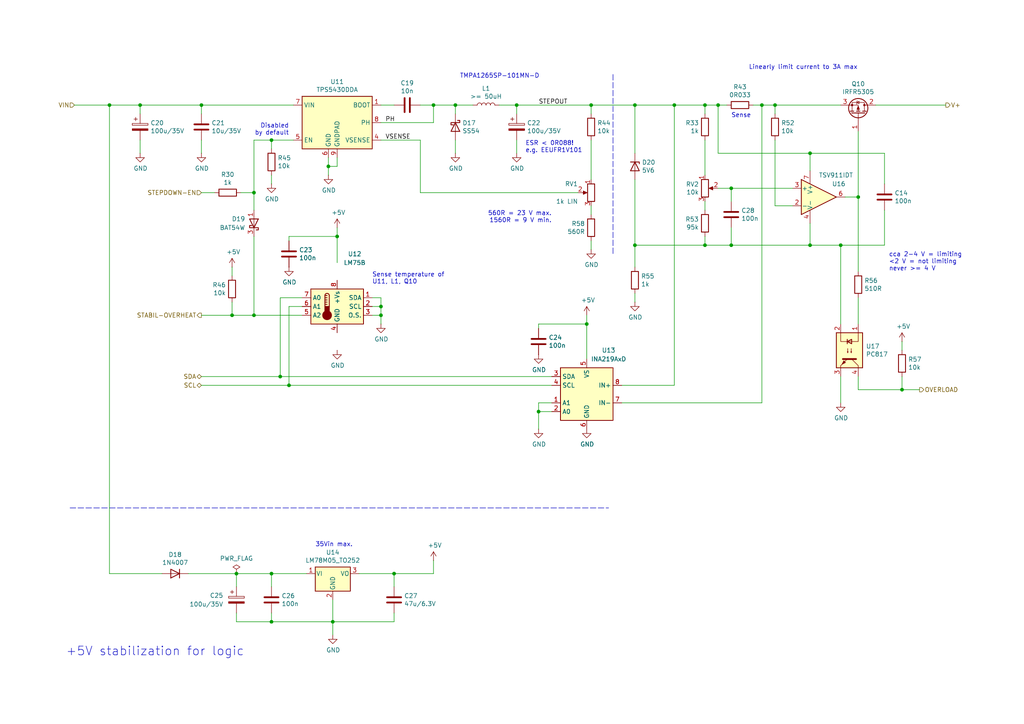
<source format=kicad_sch>
(kicad_sch (version 20231120) (generator "eeschema") (generator_version "8.0")
  (paper "A4")
  (title_block (title "HB22 – stabilization"))
  (lib_symbols
    (symbol "Amplifier_Operational:TSV911IDT" (pin_names (offset 0.127))
      (property "Reference" "U" (at 0 6.35 0))
      (property "Value" "TSV911IDT" (at 0 3.81 0))
      (symbol "TSV911IDT_0_1"
        (polyline (pts (xy -5.08 5.08) (xy 5.08 0) (xy -5.08 -5.08) (xy -5.08 5.08)) (stroke (width 0.254)) (fill (type background)))
      )
      (symbol "TSV911IDT_1_1"
        (pin no_connect line (at -2.54 2.54 270) (length 2.54) hide (name "NC") (number "1"))
        (pin input line (at -7.62 -2.54 0) (length 2.54) (name "-") (number "2"))
        (pin input line (at -7.62 2.54 0) (length 2.54) (name "+") (number "3"))
        (pin power_in line (at -2.54 -7.62 90) (length 3.81) (name "V-") (number "4"))
        (pin no_connect line (at 0 2.54 270) (length 2.54) hide (name "NC") (number "5"))
        (pin output line (at 7.62 0 180) (length 2.54) (name "~") (number "6"))
        (pin power_in line (at -2.54 7.62 270) (length 3.81) (name "V+") (number "7"))
        (pin no_connect line (at 0 -2.54 90) (length 2.54) hide (name "NC") (number "8"))
      )
    )
    (symbol "Device:C" (pin_numbers hide) (pin_names (offset 0.254))
      (property "Reference" "C" (at 0.635 2.54 0))
      (property "Value" "C" (at 0.635 -2.54 0))
      (symbol "C_0_1"
        (polyline (pts (xy -2.032 -0.762) (xy 2.032 -0.762)) (stroke (width 0.508)))
        (polyline (pts (xy -2.032 0.762) (xy 2.032 0.762)) (stroke (width 0.508)))
      )
      (symbol "C_1_1"
        (pin passive line (at 0 3.81 270) (length 2.794) (name "~") (number "1"))
        (pin passive line (at 0 -3.81 90) (length 2.794) (name "~") (number "2"))
      )
    )
    (symbol "Device:C_Polarized" (pin_numbers hide) (pin_names (offset 0.254))
      (property "Reference" "C" (at 0.635 2.54 0))
      (property "Value" "C_Polarized" (at 0.635 -2.54 0))
      (symbol "C_Polarized_0_1"
        (rectangle (start -2.286 0.508) (end 2.286 1.016))
        (polyline (pts (xy -1.778 2.286) (xy -0.762 2.286)))
        (polyline (pts (xy -1.27 2.794) (xy -1.27 1.778)))
        (rectangle (start 2.286 -0.508) (end -2.286 -1.016) (fill (type outline)))
      )
      (symbol "C_Polarized_1_1"
        (pin passive line (at 0 3.81 270) (length 2.794) (name "~") (number "1"))
        (pin passive line (at 0 -3.81 90) (length 2.794) (name "~") (number "2"))
      )
    )
    (symbol "Device:D" (pin_numbers hide) (pin_names (offset 1.016) hide)
      (property "Reference" "D" (at 0 2.54 0))
      (property "Value" "D" (at 0 -2.54 0))
      (symbol "D_0_1"
        (polyline (pts (xy -1.27 1.27) (xy -1.27 -1.27)) (stroke (width 0.254)))
        (polyline (pts (xy 1.27 0) (xy -1.27 0)))
        (polyline (pts (xy 1.27 1.27) (xy 1.27 -1.27) (xy -1.27 0) (xy 1.27 1.27)) (stroke (width 0.254)))
      )
      (symbol "D_1_1"
        (pin passive line (at -3.81 0 0) (length 2.54) (name "K") (number "1"))
        (pin passive line (at 3.81 0 180) (length 2.54) (name "A") (number "2"))
      )
    )
    (symbol "Device:D_Schottky" (pin_numbers hide) (pin_names (offset 1.016) hide)
      (property "Reference" "D" (at 0 2.54 0))
      (property "Value" "D_Schottky" (at 0 -2.54 0))
      (symbol "D_Schottky_0_1"
        (polyline (pts (xy 1.27 0) (xy -1.27 0)))
        (polyline (pts (xy 1.27 1.27) (xy 1.27 -1.27) (xy -1.27 0) (xy 1.27 1.27)) (stroke (width 0.254)))
        (polyline (pts (xy -1.905 0.635) (xy -1.905 1.27) (xy -1.27 1.27) (xy -1.27 -1.27) (xy -0.635 -1.27) (xy -0.635 -0.635)) (stroke (width 0.254)))
      )
      (symbol "D_Schottky_1_1"
        (pin passive line (at -3.81 0 0) (length 2.54) (name "K") (number "1"))
        (pin passive line (at 3.81 0 180) (length 2.54) (name "A") (number "2"))
      )
    )
    (symbol "Device:Fuse" (pin_numbers hide) (pin_names (offset 0))
      (property "Reference" "F" (at 2.032 0 90))
      (property "Value" "Fuse" (at -1.905 0 90))
      (symbol "Fuse_0_1"
        (rectangle (start -0.762 -2.54) (end 0.762 2.54) (stroke (width 0.254)))
        (polyline (pts (xy 0 2.54) (xy 0 -2.54)))
      )
      (symbol "Fuse_1_1"
        (pin passive line (at 0 3.81 270) (length 1.27) (name "~") (number "1"))
        (pin passive line (at 0 -3.81 90) (length 1.27) (name "~") (number "2"))
      )
    )
    (symbol "Device:L" (pin_numbers hide) (pin_names (offset 1.016) hide)
      (property "Reference" "L" (at -1.27 0 90))
      (property "Value" "L" (at 1.905 0 90))
      (symbol "L_0_1"
        (arc (start 0 -2.54) (mid 0.6323 -1.905) (end 0 -1.27))
        (arc (start 0 -1.27) (mid 0.6323 -0.635) (end 0 0))
        (arc (start 0 0) (mid 0.6323 0.635) (end 0 1.27))
        (arc (start 0 1.27) (mid 0.6323 1.905) (end 0 2.54))
      )
      (symbol "L_1_1"
        (pin passive line (at 0 3.81 270) (length 1.27) (name "1") (number "1"))
        (pin passive line (at 0 -3.81 90) (length 1.27) (name "2") (number "2"))
      )
    )
    (symbol "Device:Q_PMOS_GDS" (pin_names (offset 0) hide)
      (property "Reference" "Q" (at 5.08 1.27 0))
      (property "Value" "Q_PMOS_GDS" (at 5.08 -1.27 0))
      (symbol "Q_PMOS_GDS_0_1"
        (polyline (pts (xy 0.254 0) (xy -2.54 0)))
        (polyline (pts (xy 0.254 1.905) (xy 0.254 -1.905)) (stroke (width 0.254)))
        (polyline (pts (xy 0.762 -1.27) (xy 0.762 -2.286)) (stroke (width 0.254)))
        (polyline (pts (xy 0.762 0.508) (xy 0.762 -0.508)) (stroke (width 0.254)))
        (polyline (pts (xy 0.762 2.286) (xy 0.762 1.27)) (stroke (width 0.254)))
        (polyline (pts (xy 2.54 2.54) (xy 2.54 1.778)))
        (polyline (pts (xy 2.54 -2.54) (xy 2.54 0) (xy 0.762 0)))
        (polyline (pts (xy 0.762 1.778) (xy 3.302 1.778) (xy 3.302 -1.778) (xy 0.762 -1.778)))
        (polyline (pts (xy 2.286 0) (xy 1.27 0.381) (xy 1.27 -0.381) (xy 2.286 0)) (fill (type outline)))
        (polyline (pts (xy 2.794 -0.508) (xy 2.921 -0.381) (xy 3.683 -0.381) (xy 3.81 -0.254)))
        (polyline (pts (xy 3.302 -0.381) (xy 2.921 0.254) (xy 3.683 0.254) (xy 3.302 -0.381)))
        (circle (center 1.651 0) (radius 2.794) (stroke (width 0.254)))
        (circle (center 2.54 -1.778) (radius 0.254) (fill (type outline)))
        (circle (center 2.54 1.778) (radius 0.254) (fill (type outline)))
      )
      (symbol "Q_PMOS_GDS_1_1"
        (pin input line (at -5.08 0 0) (length 2.54) (name "G") (number "1"))
        (pin passive line (at 2.54 5.08 270) (length 2.54) (name "D") (number "2"))
        (pin passive line (at 2.54 -5.08 90) (length 2.54) (name "S") (number "3"))
      )
    )
    (symbol "Device:R" (pin_numbers hide) (pin_names (offset 0))
      (property "Reference" "R" (at 2.032 0 90))
      (property "Value" "R" (at 0 0 90))
      (symbol "R_0_1"
        (rectangle (start -1.016 -2.54) (end 1.016 2.54) (stroke (width 0.254)))
      )
      (symbol "R_1_1"
        (pin passive line (at 0 3.81 270) (length 1.27) (name "~") (number "1"))
        (pin passive line (at 0 -3.81 90) (length 1.27) (name "~") (number "2"))
      )
    )
    (symbol "Device:R_Potentiometer" (pin_names (offset 1.016) hide)
      (property "Reference" "RV" (at -4.445 0 90))
      (property "Value" "R_Potentiometer" (at -2.54 0 90))
      (symbol "R_Potentiometer_0_1"
        (polyline (pts (xy 2.54 0) (xy 1.524 0)))
        (polyline (pts (xy 1.143 0) (xy 2.286 0.508) (xy 2.286 -0.508) (xy 1.143 0)) (fill (type outline)))
        (rectangle (start 1.016 2.54) (end -1.016 -2.54) (stroke (width 0.254)))
      )
      (symbol "R_Potentiometer_1_1"
        (pin passive line (at 0 3.81 270) (length 1.27) (name "1") (number "1"))
        (pin passive line (at 3.81 0 180) (length 1.27) (name "2") (number "2"))
        (pin passive line (at 0 -3.81 90) (length 1.27) (name "3") (number "3"))
      )
    )
    (symbol "Diode:BAT54W" (pin_names (offset 1.016) hide)
      (property "Reference" "D" (at 0 2.54 0))
      (property "Value" "BAT54W" (at 0 -2.54 0))
      (symbol "BAT54W_0_1"
        (polyline (pts (xy 1.27 0) (xy -1.27 0)))
        (polyline (pts (xy 1.27 1.27) (xy 1.27 -1.27) (xy -1.27 0) (xy 1.27 1.27)) (stroke (width 0.254)))
        (polyline (pts (xy -1.905 0.635) (xy -1.905 1.27) (xy -1.27 1.27) (xy -1.27 -1.27) (xy -0.635 -1.27) (xy -0.635 -0.635)) (stroke (width 0.254)))
      )
      (symbol "BAT54W_1_1"
        (pin passive line (at 3.81 0 180) (length 2.54) (name "A") (number "1"))
        (pin no_connect line (at 0 0 90) (length 2.54) hide (name "NC") (number "2"))
        (pin passive line (at -3.81 0 0) (length 2.54) (name "K") (number "3"))
      )
    )
    (symbol "Diode:BZX84Cxx" (pin_numbers hide) (pin_names hide)
      (property "Reference" "D" (at 0 3.81 0))
      (property "Value" "BZX84Cxx" (at 0 -3.81 0))
      (symbol "BZX84Cxx_0_1"
        (polyline (pts (xy 1.27 0) (xy -1.27 0)))
        (polyline (pts (xy -1.27 -1.27) (xy -1.27 1.27) (xy -0.762 1.27)) (stroke (width 0.254)))
        (polyline (pts (xy 1.27 -1.27) (xy 1.27 1.27) (xy -1.27 0) (xy 1.27 -1.27)) (stroke (width 0.254)))
      )
      (symbol "BZX84Cxx_1_1"
        (pin passive line (at 3.81 0 180) (length 2.54) (name "A") (number "1"))
        (pin no_connect line (at 1.27 0 180) (length 2.54) hide (name "NC") (number "2"))
        (pin passive line (at -3.81 0 0) (length 2.54) (name "K") (number "3"))
      )
    )
    (symbol "Isolator:PC817" (pin_names (offset 1.016))
      (property "Reference" "U" (at -5.08 5.08 0))
      (property "Value" "PC817" (at 0 5.08 0))
      (symbol "PC817_0_1"
        (rectangle (start -5.08 3.81) (end 5.08 -3.81) (stroke (width 0.254)) (fill (type background)))
        (polyline (pts (xy -3.175 -0.635) (xy -1.905 -0.635)) (stroke (width 0.254)))
        (polyline (pts (xy 2.54 0.635) (xy 4.445 2.54)))
        (polyline (pts (xy 4.445 -2.54) (xy 2.54 -0.635)) (fill (type outline)))
        (polyline (pts (xy 4.445 -2.54) (xy 5.08 -2.54)))
        (polyline (pts (xy 4.445 2.54) (xy 5.08 2.54)))
        (polyline (pts (xy -5.08 2.54) (xy -2.54 2.54) (xy -2.54 -0.635)))
        (polyline (pts (xy -2.54 -0.635) (xy -2.54 -2.54) (xy -5.08 -2.54)))
        (polyline (pts (xy 2.54 1.905) (xy 2.54 -1.905) (xy 2.54 -1.905)) (stroke (width 0.508)))
        (polyline (pts (xy -2.54 -0.635) (xy -3.175 0.635) (xy -1.905 0.635) (xy -2.54 -0.635)) (stroke (width 0.254)))
        (polyline (pts (xy -0.508 -0.508) (xy 0.762 -0.508) (xy 0.381 -0.635) (xy 0.381 -0.381) (xy 0.762 -0.508)))
        (polyline (pts (xy -0.508 0.508) (xy 0.762 0.508) (xy 0.381 0.381) (xy 0.381 0.635) (xy 0.762 0.508)))
        (polyline (pts (xy 3.048 -1.651) (xy 3.556 -1.143) (xy 4.064 -2.159) (xy 3.048 -1.651) (xy 3.048 -1.651)) (fill (type outline)))
      )
      (symbol "PC817_1_1"
        (pin passive line (at -7.62 2.54 0) (length 2.54) (name "~") (number "1"))
        (pin passive line (at -7.62 -2.54 0) (length 2.54) (name "~") (number "2"))
        (pin passive line (at 7.62 -2.54 180) (length 2.54) (name "~") (number "3"))
        (pin passive line (at 7.62 2.54 180) (length 2.54) (name "~") (number "4"))
      )
    )
    (symbol "Regulator_Linear:LM78M05_TO252" (pin_names (offset 0.254))
      (property "Reference" "U" (at -3.81 3.175 0))
      (property "Value" "LM78M05_TO252" (at 0 3.175 0))
      (symbol "LM78M05_TO252_0_1"
        (rectangle (start -5.08 1.905) (end 5.08 -5.08) (stroke (width 0.254)) (fill (type background)))
      )
      (symbol "LM78M05_TO252_1_1"
        (pin power_in line (at -7.62 0 0) (length 2.54) (name "VI") (number "1"))
        (pin power_in line (at 0 -7.62 90) (length 2.54) (name "GND") (number "2"))
        (pin power_out line (at 7.62 0 180) (length 2.54) (name "VO") (number "3"))
      )
    )
    (symbol "Regulator_Switching:TPS5430DDA"
      (property "Reference" "U" (at -10.16 8.89 0))
      (property "Value" "TPS5430DDA" (at -1.27 8.89 0))
      (symbol "TPS5430DDA_0_1"
        (rectangle (start -10.16 7.62) (end 10.16 -7.62) (stroke (width 0.254)) (fill (type background)))
      )
      (symbol "TPS5430DDA_1_1"
        (pin input line (at 12.7 5.08 180) (length 2.54) (name "BOOT") (number "1"))
        (pin no_connect line (at -10.16 2.54 0) (length 2.54) hide (name "NC") (number "2"))
        (pin no_connect line (at -10.16 -2.54 0) (length 2.54) hide (name "NC") (number "3"))
        (pin input line (at 12.7 -5.08 180) (length 2.54) (name "VSENSE") (number "4"))
        (pin input line (at -12.7 -5.08 0) (length 2.54) (name "EN") (number "5"))
        (pin power_in line (at -2.54 -10.16 90) (length 2.54) (name "GND") (number "6"))
        (pin power_in line (at -12.7 5.08 0) (length 2.54) (name "VIN") (number "7"))
        (pin output line (at 12.7 0 180) (length 2.54) (name "PH") (number "8"))
        (pin power_in line (at 0 -10.16 90) (length 2.54) (name "GNDPAD") (number "9"))
      )
    )
    (symbol "Sensor_Energy:INA219AxD"
      (property "Reference" "U" (at -6.35 8.89 0))
      (property "Value" "INA219AxD" (at 5.08 8.89 0))
      (symbol "INA219AxD_0_1"
        (rectangle (start -7.62 7.62) (end 7.62 -7.62) (stroke (width 0.254)) (fill (type background)))
      )
      (symbol "INA219AxD_1_1"
        (pin input line (at 10.16 -2.54 180) (length 2.54) (name "A1") (number "1"))
        (pin input line (at 10.16 -5.08 180) (length 2.54) (name "A0") (number "2"))
        (pin bidirectional line (at 10.16 5.08 180) (length 2.54) (name "SDA") (number "3"))
        (pin input line (at 10.16 2.54 180) (length 2.54) (name "SCL") (number "4"))
        (pin power_in line (at 0 10.16 270) (length 2.54) (name "VS") (number "5"))
        (pin power_in line (at 0 -10.16 90) (length 2.54) (name "GND") (number "6"))
        (pin input line (at -10.16 -2.54 0) (length 2.54) (name "IN-") (number "7"))
        (pin input line (at -10.16 2.54 0) (length 2.54) (name "IN+") (number "8"))
      )
    )
    (symbol "Sensor_Temperature:LM75B"
      (property "Reference" "U" (at -6.35 11.43 0))
      (property "Value" "LM75B" (at 0 11.43 0))
      (symbol "LM75B_0_1"
        (rectangle (start -7.62 5.08) (end 7.62 -5.08) (stroke (width 0.254)) (fill (type background)))
        (rectangle (start -3.556 0) (end -2.286 -1.905) (stroke (width 0.254)) (fill (type outline)))
        (circle (center -2.921 -2.54) (radius 1.27) (stroke (width 0.254)) (fill (type outline)))
        (arc (start -2.286 3.175) (mid -2.921 3.8073) (end -3.556 3.175) (stroke (width 0.254)))
        (polyline (pts (xy -3.556 0.635) (xy -2.921 0.635)) (stroke (width 0.254)))
        (polyline (pts (xy -3.556 1.27) (xy -2.921 1.27)) (stroke (width 0.254)))
        (polyline (pts (xy -3.556 1.905) (xy -2.921 1.905)) (stroke (width 0.254)))
        (polyline (pts (xy -3.556 2.54) (xy -2.921 2.54)) (stroke (width 0.254)))
        (polyline (pts (xy -3.556 3.175) (xy -3.556 0)) (stroke (width 0.254)))
        (polyline (pts (xy -3.556 3.175) (xy -2.921 3.175)) (stroke (width 0.254)))
        (polyline (pts (xy -2.286 3.175) (xy -2.286 0)) (stroke (width 0.254)))
      )
      (symbol "LM75B_1_1"
        (pin bidirectional line (at 10.16 2.54 180) (length 2.54) (name "SDA") (number "1"))
        (pin input line (at 10.16 0 180) (length 2.54) (name "SCL") (number "2"))
        (pin open_collector line (at 10.16 -2.54 180) (length 2.54) (name "O.S.") (number "3"))
        (pin power_in line (at 0 -7.62 90) (length 2.54) (name "GND") (number "4"))
        (pin input line (at -10.16 -2.54 0) (length 2.54) (name "A2") (number "5"))
        (pin input line (at -10.16 0 0) (length 2.54) (name "A1") (number "6"))
        (pin input line (at -10.16 2.54 0) (length 2.54) (name "A0") (number "7"))
        (pin power_in line (at 0 7.62 270) (length 2.54) (name "+Vs") (number "8"))
      )
    )
    (symbol "Triac_Thyristor:BT169D" (pin_names (offset 0) hide)
      (property "Reference" "Q" (at 2.54 1.905 0))
      (property "Value" "BT169D" (at 2.54 0 0))
      (symbol "BT169D_0_1"
        (polyline (pts (xy -1.27 -2.54) (xy -0.635 -1.27)))
        (polyline (pts (xy -1.27 -1.27) (xy 1.27 -1.27)) (stroke (width 0.2032)))
        (polyline (pts (xy 0 -2.54) (xy 0 2.54)))
        (polyline (pts (xy -1.27 1.27) (xy 1.27 1.27) (xy 0 -1.27) (xy -1.27 1.27)) (stroke (width 0.2032)))
      )
      (symbol "BT169D_1_1"
        (pin passive line (at 0 3.81 270) (length 2.54) (name "A") (number "1"))
        (pin input line (at -3.81 -2.54 0) (length 2.54) (name "G") (number "2"))
        (pin passive line (at 0 -3.81 90) (length 2.54) (name "K") (number "3"))
      )
    )
    (symbol "power:+5V" (power) (pin_numbers hide) (pin_names (offset 0) hide)
      (property "Value" "+5V" (at 0 3.556 0))
      (symbol "+5V_0_1"
        (polyline (pts (xy -0.762 1.27) (xy 0 2.54)))
        (polyline (pts (xy 0 0) (xy 0 2.54)))
        (polyline (pts (xy 0 2.54) (xy 0.762 1.27)))
      )
      (symbol "+5V_1_1"
        (pin power_in line (at 0 0 90) (length 0) (name "~") (number "1"))
      )
    )
    (symbol "power:GND" (power) (pin_numbers hide) (pin_names (offset 0) hide)
      (property "Value" "GND" (at 0 -3.81 0))
      (symbol "GND_0_1"
        (polyline (pts (xy 0 0) (xy 0 -1.27) (xy 1.27 -1.27) (xy 0 -2.54) (xy -1.27 -1.27) (xy 0 -1.27)))
      )
      (symbol "GND_1_1"
        (pin power_in line (at 0 0 270) (length 0) (name "~") (number "1"))
      )
    )
    (symbol "power:PWR_FLAG" (power) (pin_numbers hide) (pin_names (offset 0) hide)
      (property "Value" "PWR_FLAG" (at 0 3.81 0))
      (symbol "PWR_FLAG_0_0"
        (pin power_out line (at 0 0 90) (length 0) (name "~") (number "1"))
      )
      (symbol "PWR_FLAG_0_1"
        (polyline (pts (xy 0 0) (xy 0 1.27) (xy -1.016 1.905) (xy 0 2.54) (xy 1.016 1.905) (xy 0 1.27)))
      )
    )
  )
  (junction (at 83.82 111.76))
  (junction (at 114.3 166.37))
  (junction (at 213.36 -40.64))
  (junction (at 212.09 54.61))
  (junction (at 97.79 68.58))
  (junction (at 261.62 113.03))
  (junction (at 224.79 30.48))
  (junction (at 182.88 -40.64))
  (junction (at 212.09 71.12))
  (junction (at 234.95 44.45))
  (junction (at 234.95 71.12))
  (junction (at 68.58 166.37))
  (junction (at 67.31 91.44))
  (junction (at 184.15 30.48))
  (junction (at 182.88 -13.97))
  (junction (at 172.72 -40.64))
  (junction (at 78.74 40.64))
  (junction (at 58.42 30.48))
  (junction (at 220.98 30.48))
  (junction (at 149.86 30.48))
  (junction (at 195.58 30.48))
  (junction (at 208.28 30.48))
  (junction (at 78.74 166.37))
  (junction (at 125.73 30.48))
  (junction (at 194.31 -40.64))
  (junction (at 40.64 30.48))
  (junction (at 171.45 30.48))
  (junction (at 110.49 88.9))
  (junction (at 73.66 55.88))
  (junction (at 204.47 71.12))
  (junction (at 204.47 -33.02))
  (junction (at 31.75 30.48))
  (junction (at 81.28 109.22))
  (junction (at 170.18 93.98))
  (junction (at 194.31 -33.02))
  (junction (at 204.47 -13.97))
  (junction (at 194.31 -13.97))
  (junction (at 78.74 180.34))
  (junction (at 132.08 30.48))
  (junction (at 110.49 91.44))
  (junction (at 96.52 180.34))
  (junction (at 184.15 71.12))
  (junction (at 248.92 57.15))
  (junction (at 156.21 119.38))
  (junction (at 73.66 91.44))
  (junction (at 95.25 48.26))
  (junction (at 243.84 71.12))
  (junction (at 204.47 30.48))
  (wire (pts (xy 85.09 40.64) (xy 78.74 40.64)))
  (wire (pts (xy 88.9 166.37) (xy 78.74 166.37)))
  (wire (pts (xy 160.02 119.38) (xy 156.21 119.38)))
  (wire (pts (xy 21.59 30.48) (xy 31.75 30.48)))
  (wire (pts (xy 58.42 30.48) (xy 58.42 33.02)))
  (wire (pts (xy 204.47 -20.32) (xy 204.47 -13.97)))
  (wire (pts (xy 182.88 -20.32) (xy 182.88 -13.97)))
  (wire (pts (xy 184.15 30.48) (xy 184.15 44.45)))
  (wire (pts (xy 83.82 68.58) (xy 97.79 68.58)))
  (wire (pts (xy 261.62 99.06) (xy 261.62 101.6)))
  (wire (pts (xy 204.47 33.02) (xy 204.47 30.48)))
  (wire (pts (xy 58.42 30.48) (xy 85.09 30.48)))
  (wire (pts (xy 261.62 109.22) (xy 261.62 113.03)))
  (wire (pts (xy 184.15 71.12) (xy 184.15 77.47)))
  (wire (pts (xy 224.79 40.64) (xy 224.79 59.69)))
  (wire (pts (xy 171.45 33.02) (xy 171.45 30.48)))
  (wire (pts (xy 182.88 -40.64) (xy 172.72 -40.64)))
  (wire (pts (xy 234.95 44.45) (xy 234.95 49.53)))
  (wire (pts (xy 248.92 38.1) (xy 248.92 57.15)))
  (wire (pts (xy 125.73 30.48) (xy 132.08 30.48)))
  (wire (pts (xy 87.63 88.9) (xy 83.82 88.9)))
  (wire (pts (xy 104.14 166.37) (xy 114.3 166.37)))
  (wire (pts (xy 58.42 109.22) (xy 81.28 109.22)))
  (wire (pts (xy 180.34 111.76) (xy 195.58 111.76)))
  (wire (pts (xy 180.34 116.84) (xy 220.98 116.84)))
  (wire (pts (xy 204.47 71.12) (xy 212.09 71.12)))
  (wire (pts (xy 40.64 44.45) (xy 40.64 40.64)))
  (wire (pts (xy 156.21 124.46) (xy 156.21 119.38)))
  (wire (pts (xy 212.09 71.12) (xy 234.95 71.12)))
  (wire (pts (xy 220.98 30.48) (xy 220.98 116.84)))
  (wire (pts (xy 87.63 86.36) (xy 81.28 86.36)))
  (wire (pts (xy 204.47 68.58) (xy 204.47 71.12)))
  (wire (pts (xy 220.98 30.48) (xy 224.79 30.48)))
  (wire (pts (xy 172.72 -33.02) (xy 172.72 -13.97)))
  (wire (pts (xy 67.31 87.63) (xy 67.31 91.44)))
  (wire (pts (xy 68.58 166.37) (xy 68.58 170.18)))
  (wire (pts (xy 229.87 59.69) (xy 224.79 59.69)))
  (wire (pts (xy 184.15 30.48) (xy 195.58 30.48)))
  (wire (pts (xy 170.18 93.98) (xy 170.18 104.14)))
  (wire (pts (xy 204.47 30.48) (xy 208.28 30.48)))
  (wire (pts (xy 97.79 68.58) (xy 97.79 66.04)))
  (wire (pts (xy 40.64 30.48) (xy 40.64 33.02)))
  (wire (pts (xy 204.47 58.42) (xy 204.47 60.96)))
  (wire (pts (xy 194.31 -40.64) (xy 182.88 -40.64)))
  (wire (pts (xy 31.75 30.48) (xy 40.64 30.48)))
  (wire (pts (xy 54.61 166.37) (xy 68.58 166.37)))
  (wire (pts (xy 213.36 -40.64) (xy 194.31 -40.64)))
  (wire (pts (xy 194.31 -33.02) (xy 204.47 -33.02)))
  (wire (pts (xy 78.74 40.64) (xy 73.66 40.64)))
  (wire (pts (xy 204.47 40.64) (xy 204.47 50.8)))
  (wire (pts (xy 96.52 180.34) (xy 114.3 180.34)))
  (wire (pts (xy 194.31 -10.16) (xy 194.31 -13.97)))
  (wire (pts (xy 156.21 119.38) (xy 156.21 116.84)))
  (wire (pts (xy 218.44 30.48) (xy 220.98 30.48)))
  (wire (pts (xy 195.58 30.48) (xy 195.58 111.76)))
  (wire (pts (xy 212.09 58.42) (xy 212.09 54.61)))
  (wire (pts (xy 58.42 55.88) (xy 62.23 55.88)))
  (wire (pts (xy 40.64 30.48) (xy 58.42 30.48)))
  (wire (pts (xy 256.54 71.12) (xy 256.54 60.96)))
  (wire (pts (xy 156.21 93.98) (xy 170.18 93.98)))
  (wire (pts (xy 58.42 44.45) (xy 58.42 40.64)))
  (wire (pts (xy 107.95 88.9) (xy 110.49 88.9)))
  (wire (pts (xy 149.86 30.48) (xy 149.86 33.02)))
  (wire (pts (xy 67.31 91.44) (xy 58.42 91.44)))
  (wire (pts (xy 121.92 55.88) (xy 121.92 40.64)))
  (wire (pts (xy 97.79 76.2) (xy 97.79 68.58)))
  (wire (pts (xy 144.78 30.48) (xy 149.86 30.48)))
  (wire (pts (xy 96.52 184.15) (xy 96.52 180.34)))
  (wire (pts (xy 81.28 109.22) (xy 160.02 109.22)))
  (wire (pts (xy 73.66 40.64) (xy 73.66 55.88)))
  (wire (pts (xy 243.84 109.22) (xy 243.84 116.84)))
  (wire (pts (xy 172.72 -40.64) (xy 158.75 -40.64)))
  (wire (pts (xy 114.3 166.37) (xy 114.3 170.18)))
  (wire (pts (xy 234.95 64.77) (xy 234.95 71.12)))
  (wire (pts (xy 182.88 -13.97) (xy 194.31 -13.97)))
  (wire (pts (xy 110.49 86.36) (xy 110.49 88.9)))
  (wire (pts (xy 194.31 -13.97) (xy 204.47 -13.97)))
  (wire (pts (xy 248.92 57.15) (xy 248.92 78.74)))
  (wire (pts (xy 132.08 30.48) (xy 132.08 33.02)))
  (wire (pts (xy 261.62 113.03) (xy 248.92 113.03)))
  (wire (pts (xy 110.49 35.56) (xy 125.73 35.56)))
  (wire (pts (xy 125.73 30.48) (xy 121.92 30.48)))
  (wire (pts (xy 194.31 -27.94) (xy 194.31 -33.02)))
  (wire (pts (xy 256.54 44.45) (xy 256.54 53.34)))
  (wire (pts (xy 204.47 -13.97) (xy 213.36 -13.97)))
  (wire (pts (xy 149.86 44.45) (xy 149.86 40.64)))
  (wire (pts (xy 110.49 88.9) (xy 110.49 91.44)))
  (wire (pts (xy 96.52 180.34) (xy 78.74 180.34)))
  (wire (pts (xy 107.95 86.36) (xy 110.49 86.36)))
  (wire (pts (xy 132.08 40.64) (xy 132.08 44.45)))
  (wire (pts (xy 68.58 180.34) (xy 68.58 177.8)))
  (wire (pts (xy 107.95 91.44) (xy 110.49 91.44)))
  (wire (pts (xy 97.79 48.26) (xy 97.79 45.72)))
  (wire (pts (xy 195.58 30.48) (xy 204.47 30.48)))
  (wire (pts (xy 78.74 180.34) (xy 68.58 180.34)))
  (wire (pts (xy 78.74 177.8) (xy 78.74 180.34)))
  (wire (pts (xy 78.74 170.18) (xy 78.74 166.37)))
  (wire (pts (xy 96.52 180.34) (xy 96.52 173.99)))
  (wire (pts (xy 212.09 54.61) (xy 229.87 54.61)))
  (wire (pts (xy 95.25 50.8) (xy 95.25 48.26)))
  (wire (pts (xy 67.31 77.47) (xy 67.31 80.01)))
  (wire (pts (xy 125.73 166.37) (xy 125.73 162.56)))
  (wire (pts (xy 149.86 30.48) (xy 171.45 30.48)))
  (wire (pts (xy 73.66 68.58) (xy 73.66 91.44)))
  (wire (pts (xy 73.66 55.88) (xy 73.66 60.96)))
  (wire (pts (xy 31.75 30.48) (xy 31.75 166.37)))
  (wire (pts (xy 83.82 88.9) (xy 83.82 111.76)))
  (wire (pts (xy 209.55 -33.02) (xy 209.55 -34.29)))
  (wire (pts (xy 248.92 86.36) (xy 248.92 93.98)))
  (wire (pts (xy 224.79 30.48) (xy 243.84 30.48)))
  (wire (pts (xy 204.47 -27.94) (xy 204.47 -33.02)))
  (wire (pts (xy 69.85 55.88) (xy 73.66 55.88)))
  (wire (pts (xy 184.15 71.12) (xy 204.47 71.12)))
  (wire (pts (xy 167.64 55.88) (xy 121.92 55.88)))
  (wire (pts (xy 31.75 166.37) (xy 46.99 166.37)))
  (wire (pts (xy 234.95 71.12) (xy 243.84 71.12)))
  (wire (pts (xy 254 30.48) (xy 274.32 30.48)))
  (wire (pts (xy 184.15 52.07) (xy 184.15 71.12)))
  (wire (pts (xy 171.45 30.48) (xy 184.15 30.48)))
  (wire (pts (xy 114.3 30.48) (xy 110.49 30.48)))
  (wire (pts (xy 73.66 91.44) (xy 87.63 91.44)))
  (wire (pts (xy 156.21 116.84) (xy 160.02 116.84)))
  (wire (pts (xy 95.25 48.26) (xy 95.25 45.72)))
  (wire (pts (xy 170.18 91.44) (xy 170.18 93.98)))
  (wire (pts (xy 212.09 66.04) (xy 212.09 71.12)))
  (wire (pts (xy 243.84 71.12) (xy 243.84 93.98)))
  (wire (pts (xy 83.82 69.85) (xy 83.82 68.58)))
  (wire (pts (xy 171.45 52.07) (xy 171.45 40.64)))
  (polyline (pts (xy 177.8 21.59) (xy 177.8 73.66)) (stroke (width 0) (type dash)))
  (wire (pts (xy 121.92 40.64) (xy 110.49 40.64)))
  (wire (pts (xy 95.25 48.26) (xy 97.79 48.26)))
  (wire (pts (xy 83.82 111.76) (xy 160.02 111.76)))
  (wire (pts (xy 67.31 91.44) (xy 73.66 91.44)))
  (wire (pts (xy 208.28 44.45) (xy 234.95 44.45)))
  (wire (pts (xy 213.36 -13.97) (xy 213.36 -33.02)))
  (wire (pts (xy 110.49 91.44) (xy 110.49 93.98)))
  (wire (pts (xy 132.08 30.48) (xy 137.16 30.48)))
  (wire (pts (xy 266.7 113.03) (xy 261.62 113.03)))
  (wire (pts (xy 234.95 44.45) (xy 256.54 44.45)))
  (wire (pts (xy 171.45 62.23) (xy 171.45 59.69)))
  (wire (pts (xy 245.11 57.15) (xy 248.92 57.15)))
  (wire (pts (xy 224.79 33.02) (xy 224.79 30.48)))
  (wire (pts (xy 182.88 -27.94) (xy 182.88 -40.64)))
  (wire (pts (xy 243.84 71.12) (xy 256.54 71.12)))
  (wire (pts (xy 204.47 -33.02) (xy 209.55 -33.02)))
  (wire (pts (xy 156.21 95.25) (xy 156.21 93.98)))
  (wire (pts (xy 58.42 111.76) (xy 83.82 111.76)))
  (wire (pts (xy 114.3 166.37) (xy 125.73 166.37)))
  (wire (pts (xy 172.72 -13.97) (xy 182.88 -13.97)))
  (wire (pts (xy 78.74 166.37) (xy 68.58 166.37)))
  (polyline (pts (xy 20.32 147.32) (xy 176.53 147.32)) (stroke (width 0) (type dash)))
  (wire (pts (xy 81.28 86.36) (xy 81.28 109.22)))
  (wire (pts (xy 208.28 30.48) (xy 210.82 30.48)))
  (wire (pts (xy 248.92 113.03) (xy 248.92 109.22)))
  (wire (pts (xy 114.3 180.34) (xy 114.3 177.8)))
  (wire (pts (xy 194.31 -20.32) (xy 194.31 -13.97)))
  (wire (pts (xy 78.74 40.64) (xy 78.74 43.18)))
  (wire (pts (xy 208.28 30.48) (xy 208.28 44.45)))
  (wire (pts (xy 171.45 72.39) (xy 171.45 69.85)))
  (wire (pts (xy 78.74 53.34) (xy 78.74 50.8)))
  (wire (pts (xy 184.15 85.09) (xy 184.15 87.63)))
  (wire (pts (xy 208.28 54.61) (xy 212.09 54.61)))
  (wire (pts (xy 227.33 -40.64) (xy 213.36 -40.64)))
  (wire (pts (xy 125.73 35.56) (xy 125.73 30.48)))
  (text "560R = 23 V max.\n1560R = 9 V min." (at 160.02 64.77 0) (effects (font (size 1.27 1.27)) (justify right bottom)))
  (text "Irreversible" (at 160.02 -35.56 0) (effects (font (size 1.27 1.27)) (justify right bottom)))
  (text "ESR < 0R088!\ne.g. EEUFR1V101" (at 152.4 44.45 0) (effects (font (size 1.27 1.27)) (justify left bottom)))
  (text "TMPA1265SP-101MN-D" (at 133.35 22.86 0) (effects (font (size 1.27 1.27)) (justify left bottom)))
  (text "Sense temperature of\nU11, L1, Q10" (at 107.95 82.55 0) (effects (font (size 1.27 1.27)) (justify left bottom)))
  (text "cca 2-4 V = limiting\n<2 V = not limiting\nnever >= 4 V" (at 257.81 78.74 0) (effects (font (size 1.27 1.27)) (justify left bottom)))
  (text "Disabled\nby default" (at 83.82 39.37 0) (effects (font (size 1.27 1.27)) (justify right bottom)))
  (text "35Vin max." (at 91.44 158.75 0) (effects (font (size 1.27 1.27)) (justify left bottom)))
  (text "+5V stabilization for logic" (at 19.05 190.5 0) (effects (font (size 2.54 2.54)) (justify left bottom)))
  (text "Sense" (at 212.09 34.29 0) (effects (font (size 1.27 1.27)) (justify left bottom)))
  (text "Linearly limit current to 3A max" (at 217.17 20.32 0) (effects (font (size 1.27 1.27)) (justify left bottom)))
  (label "VSENSE" (at 111.76 40.64 0))
  (label "STEPOUT" (at 156.21 30.48 0))
  (label "PH" (at 111.76 35.56 0))
  (hierarchical_label "STEPDOWN-EN" (shape input) (at 58.42 55.88 180))
  (hierarchical_label "SCL" (shape bidirectional) (at 58.42 111.76 180))
  (hierarchical_label "OVERLOAD" (shape output) (at 266.7 113.03 0))
  (hierarchical_label "SDA" (shape bidirectional) (at 58.42 109.22 180))
  (hierarchical_label "STABIL-OVERHEAT" (shape output) (at 58.42 91.44 180))
  (hierarchical_label "VIN" (shape input) (at 21.59 30.48 180))
  (hierarchical_label "V+" (shape output) (at 274.32 30.48 0))
  (symbol (lib_id "Amplifier_Operational:TSV911IDT") (at 237.49 57.15 0) (unit 1)
    (property "Reference" "U16" (at 241.3 53.34 0) (effects (justify left)))
    (property "Value" "TSV911IDT" (at 237.49 50.8 0) (effects (justify left)))
    (property "Footprint" "Package_SO:SOIC-8_3.9x4.9mm_P1.27mm" (effects (hide yes)))
    (property "Datasheet" "www.st.com/resource/en/datasheet/tsv911.pdf" (effects (hide yes)))
    (property "Description" "Single rail-to-rail input/output 8 MHz operational amplifiers, SOIC-8" (effects (hide yes)))
  )
  (symbol (lib_id "Device:R") (at 204.47 36.83 0) (mirror x) (unit 1)
    (property "Reference" "R33" (at 202.7174 35.6616 0) (effects (justify right)))
    (property "Value" "1k" (at 202.7174 37.973 0) (effects (justify right)))
    (property "Footprint" "Resistor_SMD:R_0805_2012Metric_Pad1.20x1.40mm_HandSolder" (effects (hide yes)))
    (property "Description" "Resistor" (effects (hide yes)))
  )
  (symbol (lib_id "Device:R") (at 224.79 36.83 0) (unit 1)
    (property "Reference" "R52" (at 226.568 35.6616 0) (effects (justify left)))
    (property "Value" "10k" (at 226.568 37.973 0) (effects (justify left)))
    (property "Footprint" "Resistor_SMD:R_0805_2012Metric_Pad1.20x1.40mm_HandSolder" (effects (hide yes)))
    (property "Description" "Resistor" (effects (hide yes)))
  )
  (symbol (lib_id "Triac_Thyristor:BT169D") (at 213.36 -36.83 0) (unit 1)
    (property "Reference" "Q?" (at 215.5698 -37.9984 0) (effects (justify left)))
    (property "Value" "BT148" (at 215.5698 -35.687 0) (effects (justify left)))
    (property "Footprint" "Package_TO_SOT_THT:TO-92_Inline" (effects (hide yes)))
    (property "Datasheet" "https://media.digikey.com/pdf/Data%20Sheets/NXP%20PDFs/BT169_Series.pdf" (effects (hide yes)))
    (property "Description" "0.5A Ion, 400V Voff, Thyristors logic level, Silicon Controlled Rectifier (Thyristor), TO-92" (effects (hide yes)))
  )
  (symbol (lib_id "Device:C") (at 204.47 -24.13 180) (unit 1)
    (property "Reference" "C?" (at 207.391 -25.2984 0) (effects (justify right)))
    (property "Value" "100n" (at 207.391 -22.987 0) (effects (justify right)))
    (property "Footprint" "Capacitor_SMD:C_0805_2012Metric_Pad1.18x1.45mm_HandSolder" (effects (hide yes)))
    (property "Description" "Unpolarized capacitor" (effects (hide yes)))
  )
  (symbol (lib_id "Device:R") (at 194.31 -24.13 0) (mirror y) (unit 1)
    (property "Reference" "R?" (at 192.532 -25.2984 0) (effects (justify left)))
    (property "Value" "2k2" (at 192.532 -22.987 0) (effects (justify left)))
    (property "Footprint" "Resistor_SMD:R_0805_2012Metric_Pad1.20x1.40mm_HandSolder" (effects (hide yes)))
    (property "Description" "Resistor" (effects (hide yes)))
  )
  (symbol (lib_id "Device:C") (at 182.88 -24.13 0) (mirror y) (unit 1)
    (property "Reference" "C?" (at 179.959 -25.2984 0) (effects (justify left)))
    (property "Value" "100n" (at 179.959 -22.987 0) (effects (justify left)))
    (property "Footprint" "Capacitor_SMD:C_0805_2012Metric_Pad1.18x1.45mm_HandSolder" (effects (hide yes)))
    (property "Description" "Unpolarized capacitor" (effects (hide yes)))
  )
  (symbol (lib_id "Diode:BZX84Cxx") (at 194.31 -36.83 90) (mirror x) (unit 1)
    (property "Reference" "D?" (at 196.85 -38.1 90) (effects (justify right)))
    (property "Value" "BZX84C24" (at 196.85 -35.56 90) (effects (justify right)))
    (property "Footprint" "Package_TO_SOT_SMD:SOT-23" (effects (hide yes)))
    (property "Datasheet" "https://diotec.com/tl_files/diotec/files/pdf/datasheets/bzx84c2v4.pdf" (effects (hide yes)))
    (property "Description" "300mW Zener Diode, SOT-23" (effects (hide yes)))
  )
  (symbol (lib_id "Device:Fuse") (at 154.94 -40.64 90) (mirror x) (unit 1)
    (property "Reference" "F?" (at 154.94 -45.6438 90))
    (property "Value" "3.15A" (at 154.94 -43.3324 90))
    (property "Footprint" "Fuse:Fuseholder_Cylinder-5x20mm_Stelvio-Kontek_PTF78_Horizontal_Open" (effects (hide yes)))
    (property "Description" "Fuse" (effects (hide yes)))
  )
  (symbol (lib_id "power:GND") (at 194.31 -10.16 0) (mirror y) (unit 1)
    (property "Reference" "#PWR?" (effects (hide yes)))
    (property "Value" "GND" (at 194.183 -5.7658 0))
    (property "Description" "Power symbol creates a global label with name \"GND\" , ground" (effects (hide yes)))
  )
  (symbol (lib_id "power:PWR_FLAG") (at 194.31 -40.64 0) (mirror y) (unit 1)
    (property "Reference" "#FLG?" (effects (hide yes)))
    (property "Value" "PWR_FLAG" (at 194.31 -45.0342 0))
    (property "Description" "Special symbol for telling ERC where power comes from" (effects (hide yes)))
  )
  (symbol (lib_id "Device:D_Schottky") (at 172.72 -36.83 90) (mirror x) (unit 1)
    (property "Reference" "D?" (at 170.688 -37.9984 90) (effects (justify left)))
    (property "Value" "SS54" (at 170.688 -35.687 90) (effects (justify left)))
    (property "Footprint" "Diode_SMD:D_SMA_Handsoldering" (effects (hide yes)))
    (property "Description" "Schottky diode" (effects (hide yes)))
  )
  (symbol (lib_id "Diode:BAT54W") (at 73.66 64.77 270) (mirror x) (unit 1)
    (property "Reference" "D19" (at 71.12 63.5 90) (effects (justify right)))
    (property "Value" "BAT54W" (at 71.12 66.04 90) (effects (justify right)))
    (property "Footprint" "Package_TO_SOT_SMD:SOT-323_SC-70" (effects (hide yes)))
    (property "Datasheet" "https://assets.nexperia.com/documents/data-sheet/BAT54W_SER.pdf" (effects (hide yes)))
    (property "Description" "Schottky barrier diode, SOT-323" (effects (hide yes)))
  )
  (symbol (lib_id "Device:R") (at 66.04 55.88 270) (unit 1)
    (property "Reference" "R30" (at 66.04 50.6222 90))
    (property "Value" "1k" (at 66.04 52.9336 90))
    (property "Footprint" "Resistor_SMD:R_0805_2012Metric_Pad1.20x1.40mm_HandSolder" (effects (hide yes)))
    (property "Description" "Resistor" (effects (hide yes)))
  )
  (symbol (lib_id "Device:R_Potentiometer") (at 204.47 54.61 0) (unit 1)
    (property "Reference" "RV2" (at 202.7174 53.4416 0) (effects (justify right)))
    (property "Value" "10k" (at 202.7174 55.753 0) (effects (justify right)))
    (property "Footprint" "Potentiometer_THT:Potentiometer_Piher_PT-6-V_Vertical" (effects (hide yes)))
    (property "Description" "Potentiometer" (effects (hide yes)))
  )
  (symbol (lib_id "Diode:BZX84Cxx") (at 184.15 48.26 270) (unit 1)
    (property "Reference" "D20" (at 186.182 47.0916 90) (effects (justify left)))
    (property "Value" "5V6" (at 186.182 49.403 90) (effects (justify left)))
    (property "Footprint" "Package_TO_SOT_SMD:SOT-23" (effects (hide yes)))
    (property "Datasheet" "https://diotec.com/tl_files/diotec/files/pdf/datasheets/bzx84c2v4.pdf" (effects (hide yes)))
    (property "Description" "300mW Zener Diode, SOT-23" (effects (hide yes)))
  )
  (symbol (lib_id "Device:R") (at 184.15 81.28 0) (unit 1)
    (property "Reference" "R55" (at 185.928 80.1116 0) (effects (justify left)))
    (property "Value" "1k" (at 185.928 82.423 0) (effects (justify left)))
    (property "Footprint" "Resistor_SMD:R_2512_6332Metric_Pad1.40x3.35mm_HandSolder" (effects (hide yes)))
    (property "Description" "Resistor" (effects (hide yes)))
  )
  (symbol (lib_id "power:GND") (at 184.15 87.63 0) (unit 1)
    (property "Reference" "#PWR07" (effects (hide yes)))
    (property "Value" "GND" (at 184.277 92.0242 0))
    (property "Description" "Power symbol creates a global label with name \"GND\" , ground" (effects (hide yes)))
  )
  (symbol (lib_id "Isolator:PC817") (at 246.38 101.6 270) (unit 1)
    (property "Reference" "U17" (at 251.1552 100.4316 90) (effects (justify left)))
    (property "Value" "PC817" (at 251.1552 102.743 90) (effects (justify left)))
    (property "Footprint" "Package_DIP:DIP-4_W7.62mm" (effects (hide yes)))
    (property "Datasheet" "http://www.soselectronic.cz/a_info/resource/d/pc817.pdf" (effects (hide yes)))
    (property "Description" "DC Optocoupler, Vce 35V, CTR 50-300%, DIP-4" (effects (hide yes)))
  )
  (symbol (lib_id "Device:R") (at 248.92 82.55 0) (unit 1)
    (property "Reference" "R56" (at 250.698 81.3816 0) (effects (justify left)))
    (property "Value" "510R" (at 250.698 83.693 0) (effects (justify left)))
    (property "Footprint" "Resistor_SMD:R_0805_2012Metric_Pad1.20x1.40mm_HandSolder" (effects (hide yes)))
    (property "Description" "Resistor" (effects (hide yes)))
  )
  (symbol (lib_id "power:GND") (at 243.84 116.84 0) (unit 1)
    (property "Reference" "#PWR09" (effects (hide yes)))
    (property "Value" "GND" (at 243.967 121.2342 0))
    (property "Description" "Power symbol creates a global label with name \"GND\" , ground" (effects (hide yes)))
  )
  (symbol (lib_id "Device:R") (at 261.62 105.41 0) (unit 1)
    (property "Reference" "R57" (at 263.398 104.2416 0) (effects (justify left)))
    (property "Value" "10k" (at 263.398 106.553 0) (effects (justify left)))
    (property "Footprint" "Resistor_SMD:R_0805_2012Metric_Pad1.20x1.40mm_HandSolder" (effects (hide yes)))
    (property "Description" "Resistor" (effects (hide yes)))
  )
  (symbol (lib_id "power:+5V") (at 261.62 99.06 0) (unit 1)
    (property "Reference" "#PWR08" (effects (hide yes)))
    (property "Value" "+5V" (at 262.001 94.6658 0))
    (property "Description" "Power symbol creates a global label with name \"+5V\"" (effects (hide yes)))
  )
  (symbol (lib_id "Device:D") (at 50.8 166.37 180) (unit 1)
    (property "Reference" "D18" (at 50.8 160.8582 0))
    (property "Value" "1N4007" (at 50.8 163.1696 0))
    (property "Footprint" "Diode_SMD:D_SOD-123" (effects (hide yes)))
    (property "Description" "Diode" (effects (hide yes)))
    (property "Sim.Device" "D" (effects (hide yes)))
    (property "Sim.Pins" "1=K 2=A" (effects (hide yes)))
  )
  (symbol (lib_id "Regulator_Linear:LM78M05_TO252") (at 96.52 166.37 0) (unit 1)
    (property "Reference" "U14" (at 96.52 160.2232 0))
    (property "Value" "LM78M05_TO252" (at 96.52 162.5346 0))
    (property "Footprint" "Package_TO_SOT_SMD:TO-252-2" (effects (hide yes)))
    (property "Datasheet" "https://www.onsemi.com/pub/Collateral/MC78M00-D.PDF" (effects (hide yes)))
    (property "Description" "Positive 500mA 35V Linear Regulator, Fixed Output 5V, TO-252 (D-PAK)" (effects (hide yes)))
  )
  (symbol (lib_id "Device:C") (at 78.74 173.99 0) (unit 1)
    (property "Reference" "C26" (at 81.661 172.8216 0) (effects (justify left)))
    (property "Value" "100n" (at 81.661 175.133 0) (effects (justify left)))
    (property "Footprint" "Capacitor_SMD:C_0805_2012Metric_Pad1.18x1.45mm_HandSolder" (effects (hide yes)))
    (property "Description" "Unpolarized capacitor" (effects (hide yes)))
  )
  (symbol (lib_id "Device:C") (at 114.3 173.99 0) (unit 1)
    (property "Reference" "C27" (at 117.221 172.8216 0) (effects (justify left)))
    (property "Value" "47u/6.3V" (at 117.221 175.133 0) (effects (justify left)))
    (property "Footprint" "Capacitor_SMD:C_0805_2012Metric_Pad1.18x1.45mm_HandSolder" (effects (hide yes)))
    (property "Description" "Unpolarized capacitor" (effects (hide yes)))
  )
  (symbol (lib_id "Device:C_Polarized") (at 68.58 173.99 0) (unit 1)
    (property "Reference" "C25" (at 64.77 172.72 0) (effects (justify right)))
    (property "Value" "100u/35V" (at 64.77 175.26 0) (effects (justify right)))
    (property "Footprint" "Capacitor_THT:CP_Radial_D6.3mm_P2.50mm" (effects (hide yes)))
    (property "Description" "Polarized capacitor" (effects (hide yes)))
  )
  (symbol (lib_id "power:GND") (at 96.52 184.15 0) (unit 1)
    (property "Reference" "#PWR0149" (effects (hide yes)))
    (property "Value" "GND" (at 96.647 188.5442 0))
    (property "Description" "Power symbol creates a global label with name \"GND\" , ground" (effects (hide yes)))
  )
  (symbol (lib_id "power:+5V") (at 125.73 162.56 0) (unit 1)
    (property "Reference" "#PWR0150" (effects (hide yes)))
    (property "Value" "+5V" (at 126.111 158.1658 0))
    (property "Description" "Power symbol creates a global label with name \"+5V\"" (effects (hide yes)))
  )
  (symbol (lib_id "Device:C_Polarized") (at 40.64 36.83 0) (unit 1)
    (property "Reference" "C20" (at 43.6372 35.6616 0) (effects (justify left)))
    (property "Value" "100u/35V" (at 43.6372 37.973 0) (effects (justify left)))
    (property "Footprint" "Capacitor_THT:CP_Radial_D6.3mm_P2.50mm" (effects (hide yes)))
    (property "Description" "Polarized capacitor" (effects (hide yes)))
  )
  (symbol (lib_id "power:GND") (at 40.64 44.45 0) (unit 1)
    (property "Reference" "#PWR0151" (effects (hide yes)))
    (property "Value" "GND" (at 40.767 48.8442 0))
    (property "Description" "Power symbol creates a global label with name \"GND\" , ground" (effects (hide yes)))
  )
  (symbol (lib_id "Device:C") (at 58.42 36.83 0) (unit 1)
    (property "Reference" "C21" (at 61.341 35.6616 0) (effects (justify left)))
    (property "Value" "10u/35V" (at 61.341 37.973 0) (effects (justify left)))
    (property "Footprint" "Capacitor_SMD:C_0805_2012Metric_Pad1.18x1.45mm_HandSolder" (effects (hide yes)))
    (property "Description" "Unpolarized capacitor" (effects (hide yes)))
  )
  (symbol (lib_id "power:GND") (at 58.42 44.45 0) (unit 1)
    (property "Reference" "#PWR0152" (effects (hide yes)))
    (property "Value" "GND" (at 58.547 48.8442 0))
    (property "Description" "Power symbol creates a global label with name \"GND\" , ground" (effects (hide yes)))
  )
  (symbol (lib_id "Regulator_Switching:TPS5430DDA") (at 97.79 35.56 0) (unit 1)
    (property "Reference" "U11" (at 97.79 23.6982 0))
    (property "Value" "TPS5430DDA" (at 97.79 26.0096 0))
    (property "Footprint" "Package_SO:TI_SO-PowerPAD-8_ThermalVias" (effects (hide yes)))
    (property "Datasheet" "http://www.ti.com/lit/ds/symlink/tps5430.pdf" (effects (hide yes)))
    (property "Description" "3A, Step Down Swift Converter, Adjustable Output Voltage, 5.5-36V Input Voltage, PowerSO-8" (effects (hide yes)))
  )
  (symbol (lib_id "Device:R") (at 78.74 46.99 0) (unit 1)
    (property "Reference" "R45" (at 80.518 45.8216 0) (effects (justify left)))
    (property "Value" "10k" (at 80.518 48.133 0) (effects (justify left)))
    (property "Footprint" "Resistor_SMD:R_0805_2012Metric_Pad1.20x1.40mm_HandSolder" (effects (hide yes)))
    (property "Description" "Resistor" (effects (hide yes)))
  )
  (symbol (lib_id "power:GND") (at 78.74 53.34 0) (unit 1)
    (property "Reference" "#PWR0153" (effects (hide yes)))
    (property "Value" "GND" (at 78.867 57.7342 0))
    (property "Description" "Power symbol creates a global label with name \"GND\" , ground" (effects (hide yes)))
  )
  (symbol (lib_id "Device:C") (at 118.11 30.48 270) (unit 1)
    (property "Reference" "C19" (at 118.11 24.0792 90))
    (property "Value" "10n" (at 118.11 26.3906 90))
    (property "Footprint" "Capacitor_SMD:C_0805_2012Metric_Pad1.18x1.45mm_HandSolder" (effects (hide yes)))
    (property "Description" "Unpolarized capacitor" (effects (hide yes)))
  )
  (symbol (lib_id "Device:D_Schottky") (at 132.08 36.83 270) (unit 1)
    (property "Reference" "D17" (at 134.112 35.6616 90) (effects (justify left)))
    (property "Value" "SS54" (at 134.112 37.973 90) (effects (justify left)))
    (property "Footprint" "Diode_SMD:D_SMA_Handsoldering" (effects (hide yes)))
    (property "Description" "Schottky diode" (effects (hide yes)))
  )
  (symbol (lib_id "power:GND") (at 132.08 44.45 0) (unit 1)
    (property "Reference" "#PWR0154" (effects (hide yes)))
    (property "Value" "GND" (at 132.207 48.8442 0))
    (property "Description" "Power symbol creates a global label with name \"GND\" , ground" (effects (hide yes)))
  )
  (symbol (lib_id "Device:L") (at 140.97 30.48 90) (unit 1)
    (property "Reference" "L1" (at 140.97 25.654 90))
    (property "Value" ">= 50uH" (at 140.97 27.9654 90))
    (property "Description" "Inductor" (effects (hide yes)))
  )
  (symbol (lib_id "Device:C_Polarized") (at 149.86 36.83 0) (unit 1)
    (property "Reference" "C22" (at 152.8572 35.6616 0) (effects (justify left)))
    (property "Value" "100u/35V" (at 152.8572 37.973 0) (effects (justify left)))
    (property "Footprint" "Capacitor_THT:CP_Radial_D8.0mm_P3.50mm" (effects (hide yes)))
    (property "Description" "Polarized capacitor" (effects (hide yes)))
  )
  (symbol (lib_id "power:GND") (at 149.86 44.45 0) (unit 1)
    (property "Reference" "#PWR0155" (effects (hide yes)))
    (property "Value" "GND" (at 149.987 48.8442 0))
    (property "Description" "Power symbol creates a global label with name \"GND\" , ground" (effects (hide yes)))
  )
  (symbol (lib_id "power:GND") (at 95.25 50.8 0) (unit 1)
    (property "Reference" "#PWR0156" (effects (hide yes)))
    (property "Value" "GND" (at 95.377 55.1942 0))
    (property "Description" "Power symbol creates a global label with name \"GND\" , ground" (effects (hide yes)))
  )
  (symbol (lib_id "Device:R") (at 171.45 36.83 0) (unit 1)
    (property "Reference" "R44" (at 173.228 35.6616 0) (effects (justify left)))
    (property "Value" "10k" (at 173.228 37.973 0) (effects (justify left)))
    (property "Footprint" "Resistor_SMD:R_0805_2012Metric_Pad1.20x1.40mm_HandSolder" (effects (hide yes)))
    (property "Description" "Resistor" (effects (hide yes)))
  )
  (symbol (lib_id "Device:R_Potentiometer") (at 171.45 55.88 0) (mirror y) (unit 1)
    (property "Reference" "RV1" (at 167.64 53.34 0) (effects (justify left)))
    (property "Value" "1k LIN" (at 167.64 58.42 0) (effects (justify left)))
    (property "Footprint" "Potentiometer_THT:Potentiometer_Piher_PT-6-V_Vertical" (effects (hide yes)))
    (property "Description" "Potentiometer" (effects (hide yes)))
  )
  (symbol (lib_id "power:GND") (at 171.45 72.39 0) (unit 1)
    (property "Reference" "#PWR0157" (effects (hide yes)))
    (property "Value" "GND" (at 171.577 76.7842 0))
    (property "Description" "Power symbol creates a global label with name \"GND\" , ground" (effects (hide yes)))
  )
  (symbol (lib_id "Device:Q_PMOS_GDS") (at 248.92 33.02 270) (mirror x) (unit 1)
    (property "Reference" "Q10" (at 248.92 24.3332 90))
    (property "Value" "IRFR5305" (at 248.92 26.6446 90))
    (property "Footprint" "Package_TO_SOT_SMD:TO-252-2" (effects (hide yes)))
    (property "Description" "P-MOSFET transistor, gate/drain/source" (effects (hide yes)))
  )
  (symbol (lib_id "Device:R") (at 214.63 30.48 270) (unit 1)
    (property "Reference" "R43" (at 214.63 25.2222 90))
    (property "Value" "0R033" (at 214.63 27.5336 90))
    (property "Footprint" "Resistor_SMD:R_2512_6332Metric_Pad1.40x3.35mm_HandSolder" (effects (hide yes)))
    (property "Description" "Resistor" (effects (hide yes)))
  )
  (symbol (lib_id "Sensor_Energy:INA219AxD") (at 170.18 114.3 0) (mirror y) (unit 1)
    (property "Reference" "U13" (at 176.53 101.6 0))
    (property "Value" "INA219AxD" (at 176.53 104.14 0))
    (property "Footprint" "Package_SO:SOIC-8_3.9x4.9mm_P1.27mm" (effects (hide yes)))
    (property "Datasheet" "http://www.ti.com/lit/ds/symlink/ina219.pdf" (effects (hide yes)))
    (property "Description" "Zero-Drift, Bidirectional Current/Power Monitor (0-26V) With I2C Interface, SOIC-8" (effects (hide yes)))
  )
  (symbol (lib_id "power:+5V") (at 170.18 91.44 0) (unit 1)
    (property "Reference" "#PWR0158" (effects (hide yes)))
    (property "Value" "+5V" (at 170.561 87.0458 0))
    (property "Description" "Power symbol creates a global label with name \"+5V\"" (effects (hide yes)))
  )
  (symbol (lib_id "Device:C") (at 156.21 99.06 0) (unit 1)
    (property "Reference" "C24" (at 159.131 97.8916 0) (effects (justify left)))
    (property "Value" "100n" (at 159.131 100.203 0) (effects (justify left)))
    (property "Footprint" "Capacitor_SMD:C_0805_2012Metric_Pad1.18x1.45mm_HandSolder" (effects (hide yes)))
    (property "Description" "Unpolarized capacitor" (effects (hide yes)))
  )
  (symbol (lib_id "power:GND") (at 156.21 102.87 0) (unit 1)
    (property "Reference" "#PWR0159" (effects (hide yes)))
    (property "Value" "GND" (at 156.337 107.2642 0))
    (property "Description" "Power symbol creates a global label with name \"GND\" , ground" (effects (hide yes)))
  )
  (symbol (lib_id "power:GND") (at 170.18 124.46 0) (unit 1)
    (property "Reference" "#PWR0160" (effects (hide yes)))
    (property "Value" "GND" (at 170.307 128.8542 0))
    (property "Description" "Power symbol creates a global label with name \"GND\" , ground" (effects (hide yes)))
  )
  (symbol (lib_id "power:GND") (at 156.21 124.46 0) (unit 1)
    (property "Reference" "#PWR0161" (effects (hide yes)))
    (property "Value" "GND" (at 156.337 128.8542 0))
    (property "Description" "Power symbol creates a global label with name \"GND\" , ground" (effects (hide yes)))
  )
  (symbol (lib_id "Sensor_Temperature:LM75B") (at 97.79 88.9 0) (unit 1)
    (property "Reference" "U12" (at 102.87 73.66 0))
    (property "Value" "LM75B" (at 102.87 76.2 0))
    (property "Footprint" "Package_SO:SOIC-8_3.9x4.9mm_P1.27mm" (effects (hide yes)))
    (property "Datasheet" "http://www.ti.com/lit/ds/symlink/lm75b.pdf" (effects (hide yes)))
    (property "Description" "Digital Temperature Sensor & Thermal Watchdog with LP on I2C and bus fault timeout, SOIC-8 and VSSOP-8" (effects (hide yes)))
  )
  (symbol (lib_id "Device:R") (at 171.45 66.04 0) (mirror y) (unit 1)
    (property "Reference" "R58" (at 169.672 64.8716 0) (effects (justify left)))
    (property "Value" "560R" (at 169.672 67.183 0) (effects (justify left)))
    (property "Footprint" "Resistor_SMD:R_0805_2012Metric_Pad1.20x1.40mm_HandSolder" (effects (hide yes)))
    (property "Description" "Resistor" (effects (hide yes)))
  )
  (symbol (lib_id "power:+5V") (at 97.79 66.04 0) (unit 1)
    (property "Reference" "#PWR0162" (effects (hide yes)))
    (property "Value" "+5V" (at 98.171 61.6458 0))
    (property "Description" "Power symbol creates a global label with name \"+5V\"" (effects (hide yes)))
  )
  (symbol (lib_id "power:GND") (at 110.49 93.98 0) (unit 1)
    (property "Reference" "#PWR0163" (effects (hide yes)))
    (property "Value" "GND" (at 110.617 98.3742 0))
    (property "Description" "Power symbol creates a global label with name \"GND\" , ground" (effects (hide yes)))
  )
  (symbol (lib_id "power:GND") (at 97.79 101.6 0) (unit 1)
    (property "Reference" "#PWR0164" (effects (hide yes)))
    (property "Value" "GND" (at 97.917 105.9942 0))
    (property "Description" "Power symbol creates a global label with name \"GND\" , ground" (effects (hide yes)))
  )
  (symbol (lib_id "Device:C") (at 83.82 73.66 0) (unit 1)
    (property "Reference" "C23" (at 86.741 72.4916 0) (effects (justify left)))
    (property "Value" "100n" (at 86.741 74.803 0) (effects (justify left)))
    (property "Footprint" "Capacitor_SMD:C_0805_2012Metric_Pad1.18x1.45mm_HandSolder" (effects (hide yes)))
    (property "Description" "Unpolarized capacitor" (effects (hide yes)))
  )
  (symbol (lib_id "power:GND") (at 83.82 77.47 0) (unit 1)
    (property "Reference" "#PWR0165" (effects (hide yes)))
    (property "Value" "GND" (at 83.947 81.8642 0))
    (property "Description" "Power symbol creates a global label with name \"GND\" , ground" (effects (hide yes)))
  )
  (symbol (lib_id "Device:R") (at 204.47 64.77 0) (mirror x) (unit 1)
    (property "Reference" "R53" (at 202.692 63.6016 0) (effects (justify right)))
    (property "Value" "95k" (at 202.692 65.913 0) (effects (justify right)))
    (property "Footprint" "Resistor_SMD:R_0805_2012Metric_Pad1.20x1.40mm_HandSolder" (effects (hide yes)))
    (property "Description" "Resistor" (effects (hide yes)))
  )
  (symbol (lib_id "Device:C") (at 212.09 62.23 0) (unit 1)
    (property "Reference" "C28" (at 215.011 61.0616 0) (effects (justify left)))
    (property "Value" "100n" (at 215.011 63.373 0) (effects (justify left)))
    (property "Footprint" "Capacitor_SMD:C_0805_2012Metric_Pad1.18x1.45mm_HandSolder" (effects (hide yes)))
    (property "Description" "Unpolarized capacitor" (effects (hide yes)))
  )
  (symbol (lib_id "Device:C") (at 256.54 57.15 0) (unit 1)
    (property "Reference" "C14" (at 259.461 55.9816 0) (effects (justify left)))
    (property "Value" "100n" (at 259.461 58.293 0) (effects (justify left)))
    (property "Footprint" "Capacitor_SMD:C_0805_2012Metric_Pad1.18x1.45mm_HandSolder" (effects (hide yes)))
    (property "Description" "Unpolarized capacitor" (effects (hide yes)))
  )
  (symbol (lib_id "Device:R") (at 67.31 83.82 0) (mirror y) (unit 1)
    (property "Reference" "R46" (at 65.532 82.6516 0) (effects (justify left)))
    (property "Value" "10k" (at 65.532 84.963 0) (effects (justify left)))
    (property "Footprint" "Resistor_SMD:R_0805_2012Metric_Pad1.20x1.40mm_HandSolder" (effects (hide yes)))
    (property "Description" "Resistor" (effects (hide yes)))
  )
  (symbol (lib_id "power:+5V") (at 67.31 77.47 0) (unit 1)
    (property "Reference" "#PWR0166" (effects (hide yes)))
    (property "Value" "+5V" (at 67.691 73.0758 0))
    (property "Description" "Power symbol creates a global label with name \"+5V\"" (effects (hide yes)))
  )
  (symbol (lib_id "power:PWR_FLAG") (at 68.58 166.37 0) (unit 1)
    (property "Reference" "#FLG0103" (effects (hide yes)))
    (property "Value" "PWR_FLAG" (at 68.58 161.9758 0))
    (property "Description" "Special symbol for telling ERC where power comes from" (effects (hide yes)))
  )
)
</source>
